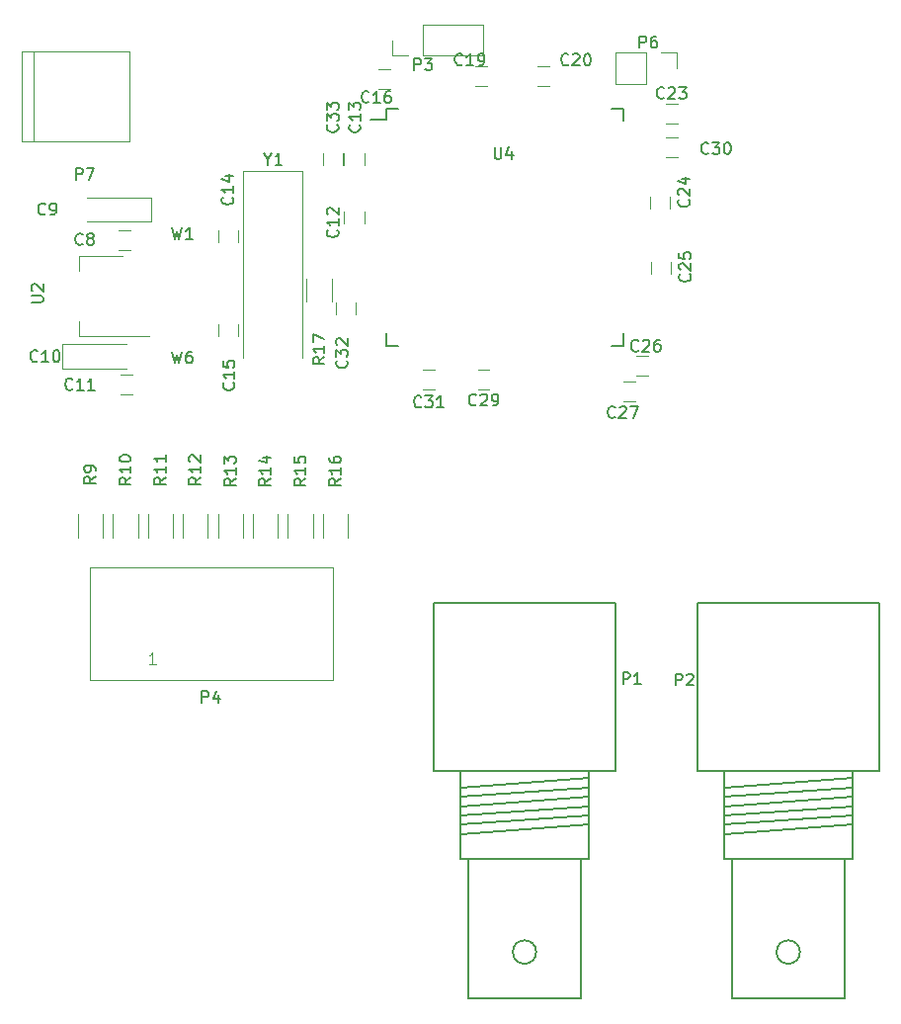
<source format=gto>
G04 #@! TF.FileFunction,Legend,Top*
%FSLAX46Y46*%
G04 Gerber Fmt 4.6, Leading zero omitted, Abs format (unit mm)*
G04 Created by KiCad (PCBNEW 4.0.5) date 05/02/17 17:06:41*
%MOMM*%
%LPD*%
G01*
G04 APERTURE LIST*
%ADD10C,0.100000*%
%ADD11C,0.120000*%
%ADD12C,0.150000*%
G04 APERTURE END LIST*
D10*
D11*
X40400000Y-65350000D02*
X41400000Y-65350000D01*
X41400000Y-63650000D02*
X40400000Y-63650000D01*
X41600000Y-76050000D02*
X40600000Y-76050000D01*
X40600000Y-77750000D02*
X41600000Y-77750000D01*
X59750000Y-62100000D02*
X59750000Y-63100000D01*
X61450000Y-63100000D02*
X61450000Y-62100000D01*
X61450000Y-58100000D02*
X61450000Y-57100000D01*
X59750000Y-57100000D02*
X59750000Y-58100000D01*
X50650000Y-64700000D02*
X50650000Y-63700000D01*
X48950000Y-63700000D02*
X48950000Y-64700000D01*
X48950000Y-71700000D02*
X48950000Y-72700000D01*
X50650000Y-72700000D02*
X50650000Y-71700000D01*
X62700000Y-51550000D02*
X63700000Y-51550000D01*
X63700000Y-49850000D02*
X62700000Y-49850000D01*
X72000000Y-49650000D02*
X71000000Y-49650000D01*
X71000000Y-51350000D02*
X72000000Y-51350000D01*
X77300000Y-49650000D02*
X76300000Y-49650000D01*
X76300000Y-51350000D02*
X77300000Y-51350000D01*
X88300000Y-52850000D02*
X87300000Y-52850000D01*
X87300000Y-54550000D02*
X88300000Y-54550000D01*
X87650000Y-61800000D02*
X87650000Y-60800000D01*
X85950000Y-60800000D02*
X85950000Y-61800000D01*
X87750000Y-67400000D02*
X87750000Y-66400000D01*
X86050000Y-66400000D02*
X86050000Y-67400000D01*
X85800000Y-74450000D02*
X84800000Y-74450000D01*
X84800000Y-76150000D02*
X85800000Y-76150000D01*
X84700000Y-76650000D02*
X83700000Y-76650000D01*
X83700000Y-78350000D02*
X84700000Y-78350000D01*
X71200000Y-77350000D02*
X72200000Y-77350000D01*
X72200000Y-75650000D02*
X71200000Y-75650000D01*
X88300000Y-55750000D02*
X87300000Y-55750000D01*
X87300000Y-57450000D02*
X88300000Y-57450000D01*
X67500000Y-75650000D02*
X66500000Y-75650000D01*
X66500000Y-77350000D02*
X67500000Y-77350000D01*
X60750000Y-70900000D02*
X60750000Y-69900000D01*
X59050000Y-69900000D02*
X59050000Y-70900000D01*
X59650000Y-58100000D02*
X59650000Y-57100000D01*
X57950000Y-57100000D02*
X57950000Y-58100000D01*
D12*
X80699100Y-114600840D02*
X69700900Y-115400940D01*
X80699100Y-113800740D02*
X69700900Y-114600840D01*
X80699100Y-113000640D02*
X69700900Y-113800740D01*
X80699100Y-112200540D02*
X69700900Y-113000640D01*
X80699100Y-111400440D02*
X69700900Y-112200540D01*
X80699100Y-110600340D02*
X69700900Y-111400440D01*
X76200760Y-125499980D02*
G75*
G03X76200760Y-125499980I-1000760J0D01*
G01*
X70399400Y-117498980D02*
X70399400Y-129500480D01*
X70399400Y-129500480D02*
X80000600Y-129500480D01*
X80000600Y-129500480D02*
X80000600Y-117498980D01*
X69700900Y-110000900D02*
X69700900Y-117498980D01*
X69700900Y-117498980D02*
X80699100Y-117498980D01*
X80699100Y-117498980D02*
X80699100Y-110000900D01*
X83000340Y-95599100D02*
X67399660Y-95599100D01*
X67399660Y-95599100D02*
X67399660Y-110000900D01*
X67399660Y-110000900D02*
X83000340Y-110000900D01*
X83000340Y-110000900D02*
X83000340Y-95599100D01*
X103299100Y-114600840D02*
X92300900Y-115400940D01*
X103299100Y-113800740D02*
X92300900Y-114600840D01*
X103299100Y-113000640D02*
X92300900Y-113800740D01*
X103299100Y-112200540D02*
X92300900Y-113000640D01*
X103299100Y-111400440D02*
X92300900Y-112200540D01*
X103299100Y-110600340D02*
X92300900Y-111400440D01*
X98800760Y-125499980D02*
G75*
G03X98800760Y-125499980I-1000760J0D01*
G01*
X92999400Y-117498980D02*
X92999400Y-129500480D01*
X92999400Y-129500480D02*
X102600600Y-129500480D01*
X102600600Y-129500480D02*
X102600600Y-117498980D01*
X92300900Y-110000900D02*
X92300900Y-117498980D01*
X92300900Y-117498980D02*
X103299100Y-117498980D01*
X103299100Y-117498980D02*
X103299100Y-110000900D01*
X105600340Y-95599100D02*
X89999660Y-95599100D01*
X89999660Y-95599100D02*
X89999660Y-110000900D01*
X89999660Y-110000900D02*
X105600340Y-110000900D01*
X105600340Y-110000900D02*
X105600340Y-95599100D01*
D11*
X66470000Y-48730000D02*
X71610000Y-48730000D01*
X71610000Y-48730000D02*
X71610000Y-46070000D01*
X71610000Y-46070000D02*
X66470000Y-46070000D01*
X66470000Y-46070000D02*
X66470000Y-48730000D01*
X65200000Y-48730000D02*
X63870000Y-48730000D01*
X63870000Y-48730000D02*
X63870000Y-47400000D01*
X85630000Y-48470000D02*
X83030000Y-48470000D01*
X83030000Y-48470000D02*
X83030000Y-51130000D01*
X83030000Y-51130000D02*
X85630000Y-51130000D01*
X85630000Y-51130000D02*
X85630000Y-48470000D01*
X86900000Y-48470000D02*
X88230000Y-48470000D01*
X88230000Y-48470000D02*
X88230000Y-49800000D01*
X33150000Y-48350000D02*
X33150000Y-56050000D01*
X32150000Y-48350000D02*
X32150000Y-56050000D01*
X32150000Y-56050000D02*
X41350000Y-56050000D01*
X41350000Y-56050000D02*
X41350000Y-48350000D01*
X41350000Y-48350000D02*
X32150000Y-48350000D01*
X56530000Y-69800000D02*
X56530000Y-67800000D01*
X58670000Y-67800000D02*
X58670000Y-69800000D01*
X36990000Y-65890000D02*
X36990000Y-67150000D01*
X36990000Y-72710000D02*
X36990000Y-71450000D01*
X40750000Y-65890000D02*
X36990000Y-65890000D01*
X43000000Y-72710000D02*
X36990000Y-72710000D01*
D12*
X63325000Y-53225000D02*
X63325000Y-54200000D01*
X83675000Y-53225000D02*
X83675000Y-54275000D01*
X83675000Y-73575000D02*
X83675000Y-72525000D01*
X63325000Y-73575000D02*
X63325000Y-72525000D01*
X63325000Y-53225000D02*
X64375000Y-53225000D01*
X63325000Y-73575000D02*
X64375000Y-73575000D01*
X83675000Y-73575000D02*
X82625000Y-73575000D01*
X83675000Y-53225000D02*
X82625000Y-53225000D01*
X63325000Y-54200000D02*
X62025000Y-54200000D01*
D11*
X56150000Y-74600000D02*
X56150000Y-58625000D01*
X56150000Y-58625000D02*
X51050000Y-58625000D01*
X51050000Y-58625000D02*
X51050000Y-74600000D01*
X37970000Y-92580000D02*
X58790000Y-92580000D01*
X58790000Y-92580000D02*
X58790000Y-102180000D01*
X58790000Y-102180000D02*
X37970000Y-102180000D01*
X37970000Y-102180000D02*
X37970000Y-92580000D01*
X39070000Y-88000000D02*
X39070000Y-90000000D01*
X36930000Y-90000000D02*
X36930000Y-88000000D01*
X42070000Y-88000000D02*
X42070000Y-90000000D01*
X39930000Y-90000000D02*
X39930000Y-88000000D01*
X45070000Y-88000000D02*
X45070000Y-90000000D01*
X42930000Y-90000000D02*
X42930000Y-88000000D01*
X48070000Y-88000000D02*
X48070000Y-90000000D01*
X45930000Y-90000000D02*
X45930000Y-88000000D01*
X51070000Y-88000000D02*
X51070000Y-90000000D01*
X48930000Y-90000000D02*
X48930000Y-88000000D01*
X54070000Y-88000000D02*
X54070000Y-90000000D01*
X51930000Y-90000000D02*
X51930000Y-88000000D01*
X57070000Y-88000000D02*
X57070000Y-90000000D01*
X54930000Y-90000000D02*
X54930000Y-88000000D01*
X60070000Y-88000000D02*
X60070000Y-90000000D01*
X57930000Y-90000000D02*
X57930000Y-88000000D01*
X43200000Y-62950000D02*
X37700000Y-62950000D01*
X43200000Y-60850000D02*
X37700000Y-60850000D01*
X43200000Y-62950000D02*
X43200000Y-60850000D01*
X35600000Y-73450000D02*
X41100000Y-73450000D01*
X35600000Y-75550000D02*
X41100000Y-75550000D01*
X35600000Y-73450000D02*
X35600000Y-75550000D01*
D12*
X37333334Y-64857143D02*
X37285715Y-64904762D01*
X37142858Y-64952381D01*
X37047620Y-64952381D01*
X36904762Y-64904762D01*
X36809524Y-64809524D01*
X36761905Y-64714286D01*
X36714286Y-64523810D01*
X36714286Y-64380952D01*
X36761905Y-64190476D01*
X36809524Y-64095238D01*
X36904762Y-64000000D01*
X37047620Y-63952381D01*
X37142858Y-63952381D01*
X37285715Y-64000000D01*
X37333334Y-64047619D01*
X37904762Y-64380952D02*
X37809524Y-64333333D01*
X37761905Y-64285714D01*
X37714286Y-64190476D01*
X37714286Y-64142857D01*
X37761905Y-64047619D01*
X37809524Y-64000000D01*
X37904762Y-63952381D01*
X38095239Y-63952381D01*
X38190477Y-64000000D01*
X38238096Y-64047619D01*
X38285715Y-64142857D01*
X38285715Y-64190476D01*
X38238096Y-64285714D01*
X38190477Y-64333333D01*
X38095239Y-64380952D01*
X37904762Y-64380952D01*
X37809524Y-64428571D01*
X37761905Y-64476190D01*
X37714286Y-64571429D01*
X37714286Y-64761905D01*
X37761905Y-64857143D01*
X37809524Y-64904762D01*
X37904762Y-64952381D01*
X38095239Y-64952381D01*
X38190477Y-64904762D01*
X38238096Y-64857143D01*
X38285715Y-64761905D01*
X38285715Y-64571429D01*
X38238096Y-64476190D01*
X38190477Y-64428571D01*
X38095239Y-64380952D01*
X36457143Y-77257143D02*
X36409524Y-77304762D01*
X36266667Y-77352381D01*
X36171429Y-77352381D01*
X36028571Y-77304762D01*
X35933333Y-77209524D01*
X35885714Y-77114286D01*
X35838095Y-76923810D01*
X35838095Y-76780952D01*
X35885714Y-76590476D01*
X35933333Y-76495238D01*
X36028571Y-76400000D01*
X36171429Y-76352381D01*
X36266667Y-76352381D01*
X36409524Y-76400000D01*
X36457143Y-76447619D01*
X37409524Y-77352381D02*
X36838095Y-77352381D01*
X37123809Y-77352381D02*
X37123809Y-76352381D01*
X37028571Y-76495238D01*
X36933333Y-76590476D01*
X36838095Y-76638095D01*
X38361905Y-77352381D02*
X37790476Y-77352381D01*
X38076190Y-77352381D02*
X38076190Y-76352381D01*
X37980952Y-76495238D01*
X37885714Y-76590476D01*
X37790476Y-76638095D01*
X59157143Y-63642857D02*
X59204762Y-63690476D01*
X59252381Y-63833333D01*
X59252381Y-63928571D01*
X59204762Y-64071429D01*
X59109524Y-64166667D01*
X59014286Y-64214286D01*
X58823810Y-64261905D01*
X58680952Y-64261905D01*
X58490476Y-64214286D01*
X58395238Y-64166667D01*
X58300000Y-64071429D01*
X58252381Y-63928571D01*
X58252381Y-63833333D01*
X58300000Y-63690476D01*
X58347619Y-63642857D01*
X59252381Y-62690476D02*
X59252381Y-63261905D01*
X59252381Y-62976191D02*
X58252381Y-62976191D01*
X58395238Y-63071429D01*
X58490476Y-63166667D01*
X58538095Y-63261905D01*
X58347619Y-62309524D02*
X58300000Y-62261905D01*
X58252381Y-62166667D01*
X58252381Y-61928571D01*
X58300000Y-61833333D01*
X58347619Y-61785714D01*
X58442857Y-61738095D01*
X58538095Y-61738095D01*
X58680952Y-61785714D01*
X59252381Y-62357143D01*
X59252381Y-61738095D01*
X61057143Y-54642857D02*
X61104762Y-54690476D01*
X61152381Y-54833333D01*
X61152381Y-54928571D01*
X61104762Y-55071429D01*
X61009524Y-55166667D01*
X60914286Y-55214286D01*
X60723810Y-55261905D01*
X60580952Y-55261905D01*
X60390476Y-55214286D01*
X60295238Y-55166667D01*
X60200000Y-55071429D01*
X60152381Y-54928571D01*
X60152381Y-54833333D01*
X60200000Y-54690476D01*
X60247619Y-54642857D01*
X61152381Y-53690476D02*
X61152381Y-54261905D01*
X61152381Y-53976191D02*
X60152381Y-53976191D01*
X60295238Y-54071429D01*
X60390476Y-54166667D01*
X60438095Y-54261905D01*
X60152381Y-53357143D02*
X60152381Y-52738095D01*
X60533333Y-53071429D01*
X60533333Y-52928571D01*
X60580952Y-52833333D01*
X60628571Y-52785714D01*
X60723810Y-52738095D01*
X60961905Y-52738095D01*
X61057143Y-52785714D01*
X61104762Y-52833333D01*
X61152381Y-52928571D01*
X61152381Y-53214286D01*
X61104762Y-53309524D01*
X61057143Y-53357143D01*
X50157143Y-60842857D02*
X50204762Y-60890476D01*
X50252381Y-61033333D01*
X50252381Y-61128571D01*
X50204762Y-61271429D01*
X50109524Y-61366667D01*
X50014286Y-61414286D01*
X49823810Y-61461905D01*
X49680952Y-61461905D01*
X49490476Y-61414286D01*
X49395238Y-61366667D01*
X49300000Y-61271429D01*
X49252381Y-61128571D01*
X49252381Y-61033333D01*
X49300000Y-60890476D01*
X49347619Y-60842857D01*
X50252381Y-59890476D02*
X50252381Y-60461905D01*
X50252381Y-60176191D02*
X49252381Y-60176191D01*
X49395238Y-60271429D01*
X49490476Y-60366667D01*
X49538095Y-60461905D01*
X49585714Y-59033333D02*
X50252381Y-59033333D01*
X49204762Y-59271429D02*
X49919048Y-59509524D01*
X49919048Y-58890476D01*
X50257143Y-76742857D02*
X50304762Y-76790476D01*
X50352381Y-76933333D01*
X50352381Y-77028571D01*
X50304762Y-77171429D01*
X50209524Y-77266667D01*
X50114286Y-77314286D01*
X49923810Y-77361905D01*
X49780952Y-77361905D01*
X49590476Y-77314286D01*
X49495238Y-77266667D01*
X49400000Y-77171429D01*
X49352381Y-77028571D01*
X49352381Y-76933333D01*
X49400000Y-76790476D01*
X49447619Y-76742857D01*
X50352381Y-75790476D02*
X50352381Y-76361905D01*
X50352381Y-76076191D02*
X49352381Y-76076191D01*
X49495238Y-76171429D01*
X49590476Y-76266667D01*
X49638095Y-76361905D01*
X49352381Y-74885714D02*
X49352381Y-75361905D01*
X49828571Y-75409524D01*
X49780952Y-75361905D01*
X49733333Y-75266667D01*
X49733333Y-75028571D01*
X49780952Y-74933333D01*
X49828571Y-74885714D01*
X49923810Y-74838095D01*
X50161905Y-74838095D01*
X50257143Y-74885714D01*
X50304762Y-74933333D01*
X50352381Y-75028571D01*
X50352381Y-75266667D01*
X50304762Y-75361905D01*
X50257143Y-75409524D01*
X61857143Y-52657143D02*
X61809524Y-52704762D01*
X61666667Y-52752381D01*
X61571429Y-52752381D01*
X61428571Y-52704762D01*
X61333333Y-52609524D01*
X61285714Y-52514286D01*
X61238095Y-52323810D01*
X61238095Y-52180952D01*
X61285714Y-51990476D01*
X61333333Y-51895238D01*
X61428571Y-51800000D01*
X61571429Y-51752381D01*
X61666667Y-51752381D01*
X61809524Y-51800000D01*
X61857143Y-51847619D01*
X62809524Y-52752381D02*
X62238095Y-52752381D01*
X62523809Y-52752381D02*
X62523809Y-51752381D01*
X62428571Y-51895238D01*
X62333333Y-51990476D01*
X62238095Y-52038095D01*
X63666667Y-51752381D02*
X63476190Y-51752381D01*
X63380952Y-51800000D01*
X63333333Y-51847619D01*
X63238095Y-51990476D01*
X63190476Y-52180952D01*
X63190476Y-52561905D01*
X63238095Y-52657143D01*
X63285714Y-52704762D01*
X63380952Y-52752381D01*
X63571429Y-52752381D01*
X63666667Y-52704762D01*
X63714286Y-52657143D01*
X63761905Y-52561905D01*
X63761905Y-52323810D01*
X63714286Y-52228571D01*
X63666667Y-52180952D01*
X63571429Y-52133333D01*
X63380952Y-52133333D01*
X63285714Y-52180952D01*
X63238095Y-52228571D01*
X63190476Y-52323810D01*
X69857143Y-49457143D02*
X69809524Y-49504762D01*
X69666667Y-49552381D01*
X69571429Y-49552381D01*
X69428571Y-49504762D01*
X69333333Y-49409524D01*
X69285714Y-49314286D01*
X69238095Y-49123810D01*
X69238095Y-48980952D01*
X69285714Y-48790476D01*
X69333333Y-48695238D01*
X69428571Y-48600000D01*
X69571429Y-48552381D01*
X69666667Y-48552381D01*
X69809524Y-48600000D01*
X69857143Y-48647619D01*
X70809524Y-49552381D02*
X70238095Y-49552381D01*
X70523809Y-49552381D02*
X70523809Y-48552381D01*
X70428571Y-48695238D01*
X70333333Y-48790476D01*
X70238095Y-48838095D01*
X71285714Y-49552381D02*
X71476190Y-49552381D01*
X71571429Y-49504762D01*
X71619048Y-49457143D01*
X71714286Y-49314286D01*
X71761905Y-49123810D01*
X71761905Y-48742857D01*
X71714286Y-48647619D01*
X71666667Y-48600000D01*
X71571429Y-48552381D01*
X71380952Y-48552381D01*
X71285714Y-48600000D01*
X71238095Y-48647619D01*
X71190476Y-48742857D01*
X71190476Y-48980952D01*
X71238095Y-49076190D01*
X71285714Y-49123810D01*
X71380952Y-49171429D01*
X71571429Y-49171429D01*
X71666667Y-49123810D01*
X71714286Y-49076190D01*
X71761905Y-48980952D01*
X78957143Y-49457143D02*
X78909524Y-49504762D01*
X78766667Y-49552381D01*
X78671429Y-49552381D01*
X78528571Y-49504762D01*
X78433333Y-49409524D01*
X78385714Y-49314286D01*
X78338095Y-49123810D01*
X78338095Y-48980952D01*
X78385714Y-48790476D01*
X78433333Y-48695238D01*
X78528571Y-48600000D01*
X78671429Y-48552381D01*
X78766667Y-48552381D01*
X78909524Y-48600000D01*
X78957143Y-48647619D01*
X79338095Y-48647619D02*
X79385714Y-48600000D01*
X79480952Y-48552381D01*
X79719048Y-48552381D01*
X79814286Y-48600000D01*
X79861905Y-48647619D01*
X79909524Y-48742857D01*
X79909524Y-48838095D01*
X79861905Y-48980952D01*
X79290476Y-49552381D01*
X79909524Y-49552381D01*
X80528571Y-48552381D02*
X80623810Y-48552381D01*
X80719048Y-48600000D01*
X80766667Y-48647619D01*
X80814286Y-48742857D01*
X80861905Y-48933333D01*
X80861905Y-49171429D01*
X80814286Y-49361905D01*
X80766667Y-49457143D01*
X80719048Y-49504762D01*
X80623810Y-49552381D01*
X80528571Y-49552381D01*
X80433333Y-49504762D01*
X80385714Y-49457143D01*
X80338095Y-49361905D01*
X80290476Y-49171429D01*
X80290476Y-48933333D01*
X80338095Y-48742857D01*
X80385714Y-48647619D01*
X80433333Y-48600000D01*
X80528571Y-48552381D01*
X87157143Y-52307143D02*
X87109524Y-52354762D01*
X86966667Y-52402381D01*
X86871429Y-52402381D01*
X86728571Y-52354762D01*
X86633333Y-52259524D01*
X86585714Y-52164286D01*
X86538095Y-51973810D01*
X86538095Y-51830952D01*
X86585714Y-51640476D01*
X86633333Y-51545238D01*
X86728571Y-51450000D01*
X86871429Y-51402381D01*
X86966667Y-51402381D01*
X87109524Y-51450000D01*
X87157143Y-51497619D01*
X87538095Y-51497619D02*
X87585714Y-51450000D01*
X87680952Y-51402381D01*
X87919048Y-51402381D01*
X88014286Y-51450000D01*
X88061905Y-51497619D01*
X88109524Y-51592857D01*
X88109524Y-51688095D01*
X88061905Y-51830952D01*
X87490476Y-52402381D01*
X88109524Y-52402381D01*
X88442857Y-51402381D02*
X89061905Y-51402381D01*
X88728571Y-51783333D01*
X88871429Y-51783333D01*
X88966667Y-51830952D01*
X89014286Y-51878571D01*
X89061905Y-51973810D01*
X89061905Y-52211905D01*
X89014286Y-52307143D01*
X88966667Y-52354762D01*
X88871429Y-52402381D01*
X88585714Y-52402381D01*
X88490476Y-52354762D01*
X88442857Y-52307143D01*
X89257143Y-61042857D02*
X89304762Y-61090476D01*
X89352381Y-61233333D01*
X89352381Y-61328571D01*
X89304762Y-61471429D01*
X89209524Y-61566667D01*
X89114286Y-61614286D01*
X88923810Y-61661905D01*
X88780952Y-61661905D01*
X88590476Y-61614286D01*
X88495238Y-61566667D01*
X88400000Y-61471429D01*
X88352381Y-61328571D01*
X88352381Y-61233333D01*
X88400000Y-61090476D01*
X88447619Y-61042857D01*
X88447619Y-60661905D02*
X88400000Y-60614286D01*
X88352381Y-60519048D01*
X88352381Y-60280952D01*
X88400000Y-60185714D01*
X88447619Y-60138095D01*
X88542857Y-60090476D01*
X88638095Y-60090476D01*
X88780952Y-60138095D01*
X89352381Y-60709524D01*
X89352381Y-60090476D01*
X88685714Y-59233333D02*
X89352381Y-59233333D01*
X88304762Y-59471429D02*
X89019048Y-59709524D01*
X89019048Y-59090476D01*
X89357143Y-67442857D02*
X89404762Y-67490476D01*
X89452381Y-67633333D01*
X89452381Y-67728571D01*
X89404762Y-67871429D01*
X89309524Y-67966667D01*
X89214286Y-68014286D01*
X89023810Y-68061905D01*
X88880952Y-68061905D01*
X88690476Y-68014286D01*
X88595238Y-67966667D01*
X88500000Y-67871429D01*
X88452381Y-67728571D01*
X88452381Y-67633333D01*
X88500000Y-67490476D01*
X88547619Y-67442857D01*
X88547619Y-67061905D02*
X88500000Y-67014286D01*
X88452381Y-66919048D01*
X88452381Y-66680952D01*
X88500000Y-66585714D01*
X88547619Y-66538095D01*
X88642857Y-66490476D01*
X88738095Y-66490476D01*
X88880952Y-66538095D01*
X89452381Y-67109524D01*
X89452381Y-66490476D01*
X88452381Y-65585714D02*
X88452381Y-66061905D01*
X88928571Y-66109524D01*
X88880952Y-66061905D01*
X88833333Y-65966667D01*
X88833333Y-65728571D01*
X88880952Y-65633333D01*
X88928571Y-65585714D01*
X89023810Y-65538095D01*
X89261905Y-65538095D01*
X89357143Y-65585714D01*
X89404762Y-65633333D01*
X89452381Y-65728571D01*
X89452381Y-65966667D01*
X89404762Y-66061905D01*
X89357143Y-66109524D01*
X84957143Y-73957143D02*
X84909524Y-74004762D01*
X84766667Y-74052381D01*
X84671429Y-74052381D01*
X84528571Y-74004762D01*
X84433333Y-73909524D01*
X84385714Y-73814286D01*
X84338095Y-73623810D01*
X84338095Y-73480952D01*
X84385714Y-73290476D01*
X84433333Y-73195238D01*
X84528571Y-73100000D01*
X84671429Y-73052381D01*
X84766667Y-73052381D01*
X84909524Y-73100000D01*
X84957143Y-73147619D01*
X85338095Y-73147619D02*
X85385714Y-73100000D01*
X85480952Y-73052381D01*
X85719048Y-73052381D01*
X85814286Y-73100000D01*
X85861905Y-73147619D01*
X85909524Y-73242857D01*
X85909524Y-73338095D01*
X85861905Y-73480952D01*
X85290476Y-74052381D01*
X85909524Y-74052381D01*
X86766667Y-73052381D02*
X86576190Y-73052381D01*
X86480952Y-73100000D01*
X86433333Y-73147619D01*
X86338095Y-73290476D01*
X86290476Y-73480952D01*
X86290476Y-73861905D01*
X86338095Y-73957143D01*
X86385714Y-74004762D01*
X86480952Y-74052381D01*
X86671429Y-74052381D01*
X86766667Y-74004762D01*
X86814286Y-73957143D01*
X86861905Y-73861905D01*
X86861905Y-73623810D01*
X86814286Y-73528571D01*
X86766667Y-73480952D01*
X86671429Y-73433333D01*
X86480952Y-73433333D01*
X86385714Y-73480952D01*
X86338095Y-73528571D01*
X86290476Y-73623810D01*
X82957143Y-79657143D02*
X82909524Y-79704762D01*
X82766667Y-79752381D01*
X82671429Y-79752381D01*
X82528571Y-79704762D01*
X82433333Y-79609524D01*
X82385714Y-79514286D01*
X82338095Y-79323810D01*
X82338095Y-79180952D01*
X82385714Y-78990476D01*
X82433333Y-78895238D01*
X82528571Y-78800000D01*
X82671429Y-78752381D01*
X82766667Y-78752381D01*
X82909524Y-78800000D01*
X82957143Y-78847619D01*
X83338095Y-78847619D02*
X83385714Y-78800000D01*
X83480952Y-78752381D01*
X83719048Y-78752381D01*
X83814286Y-78800000D01*
X83861905Y-78847619D01*
X83909524Y-78942857D01*
X83909524Y-79038095D01*
X83861905Y-79180952D01*
X83290476Y-79752381D01*
X83909524Y-79752381D01*
X84242857Y-78752381D02*
X84909524Y-78752381D01*
X84480952Y-79752381D01*
X71057143Y-78607143D02*
X71009524Y-78654762D01*
X70866667Y-78702381D01*
X70771429Y-78702381D01*
X70628571Y-78654762D01*
X70533333Y-78559524D01*
X70485714Y-78464286D01*
X70438095Y-78273810D01*
X70438095Y-78130952D01*
X70485714Y-77940476D01*
X70533333Y-77845238D01*
X70628571Y-77750000D01*
X70771429Y-77702381D01*
X70866667Y-77702381D01*
X71009524Y-77750000D01*
X71057143Y-77797619D01*
X71438095Y-77797619D02*
X71485714Y-77750000D01*
X71580952Y-77702381D01*
X71819048Y-77702381D01*
X71914286Y-77750000D01*
X71961905Y-77797619D01*
X72009524Y-77892857D01*
X72009524Y-77988095D01*
X71961905Y-78130952D01*
X71390476Y-78702381D01*
X72009524Y-78702381D01*
X72485714Y-78702381D02*
X72676190Y-78702381D01*
X72771429Y-78654762D01*
X72819048Y-78607143D01*
X72914286Y-78464286D01*
X72961905Y-78273810D01*
X72961905Y-77892857D01*
X72914286Y-77797619D01*
X72866667Y-77750000D01*
X72771429Y-77702381D01*
X72580952Y-77702381D01*
X72485714Y-77750000D01*
X72438095Y-77797619D01*
X72390476Y-77892857D01*
X72390476Y-78130952D01*
X72438095Y-78226190D01*
X72485714Y-78273810D01*
X72580952Y-78321429D01*
X72771429Y-78321429D01*
X72866667Y-78273810D01*
X72914286Y-78226190D01*
X72961905Y-78130952D01*
X90957143Y-57057143D02*
X90909524Y-57104762D01*
X90766667Y-57152381D01*
X90671429Y-57152381D01*
X90528571Y-57104762D01*
X90433333Y-57009524D01*
X90385714Y-56914286D01*
X90338095Y-56723810D01*
X90338095Y-56580952D01*
X90385714Y-56390476D01*
X90433333Y-56295238D01*
X90528571Y-56200000D01*
X90671429Y-56152381D01*
X90766667Y-56152381D01*
X90909524Y-56200000D01*
X90957143Y-56247619D01*
X91290476Y-56152381D02*
X91909524Y-56152381D01*
X91576190Y-56533333D01*
X91719048Y-56533333D01*
X91814286Y-56580952D01*
X91861905Y-56628571D01*
X91909524Y-56723810D01*
X91909524Y-56961905D01*
X91861905Y-57057143D01*
X91814286Y-57104762D01*
X91719048Y-57152381D01*
X91433333Y-57152381D01*
X91338095Y-57104762D01*
X91290476Y-57057143D01*
X92528571Y-56152381D02*
X92623810Y-56152381D01*
X92719048Y-56200000D01*
X92766667Y-56247619D01*
X92814286Y-56342857D01*
X92861905Y-56533333D01*
X92861905Y-56771429D01*
X92814286Y-56961905D01*
X92766667Y-57057143D01*
X92719048Y-57104762D01*
X92623810Y-57152381D01*
X92528571Y-57152381D01*
X92433333Y-57104762D01*
X92385714Y-57057143D01*
X92338095Y-56961905D01*
X92290476Y-56771429D01*
X92290476Y-56533333D01*
X92338095Y-56342857D01*
X92385714Y-56247619D01*
X92433333Y-56200000D01*
X92528571Y-56152381D01*
X66357143Y-78757143D02*
X66309524Y-78804762D01*
X66166667Y-78852381D01*
X66071429Y-78852381D01*
X65928571Y-78804762D01*
X65833333Y-78709524D01*
X65785714Y-78614286D01*
X65738095Y-78423810D01*
X65738095Y-78280952D01*
X65785714Y-78090476D01*
X65833333Y-77995238D01*
X65928571Y-77900000D01*
X66071429Y-77852381D01*
X66166667Y-77852381D01*
X66309524Y-77900000D01*
X66357143Y-77947619D01*
X66690476Y-77852381D02*
X67309524Y-77852381D01*
X66976190Y-78233333D01*
X67119048Y-78233333D01*
X67214286Y-78280952D01*
X67261905Y-78328571D01*
X67309524Y-78423810D01*
X67309524Y-78661905D01*
X67261905Y-78757143D01*
X67214286Y-78804762D01*
X67119048Y-78852381D01*
X66833333Y-78852381D01*
X66738095Y-78804762D01*
X66690476Y-78757143D01*
X68261905Y-78852381D02*
X67690476Y-78852381D01*
X67976190Y-78852381D02*
X67976190Y-77852381D01*
X67880952Y-77995238D01*
X67785714Y-78090476D01*
X67690476Y-78138095D01*
X59957143Y-74842857D02*
X60004762Y-74890476D01*
X60052381Y-75033333D01*
X60052381Y-75128571D01*
X60004762Y-75271429D01*
X59909524Y-75366667D01*
X59814286Y-75414286D01*
X59623810Y-75461905D01*
X59480952Y-75461905D01*
X59290476Y-75414286D01*
X59195238Y-75366667D01*
X59100000Y-75271429D01*
X59052381Y-75128571D01*
X59052381Y-75033333D01*
X59100000Y-74890476D01*
X59147619Y-74842857D01*
X59052381Y-74509524D02*
X59052381Y-73890476D01*
X59433333Y-74223810D01*
X59433333Y-74080952D01*
X59480952Y-73985714D01*
X59528571Y-73938095D01*
X59623810Y-73890476D01*
X59861905Y-73890476D01*
X59957143Y-73938095D01*
X60004762Y-73985714D01*
X60052381Y-74080952D01*
X60052381Y-74366667D01*
X60004762Y-74461905D01*
X59957143Y-74509524D01*
X59147619Y-73509524D02*
X59100000Y-73461905D01*
X59052381Y-73366667D01*
X59052381Y-73128571D01*
X59100000Y-73033333D01*
X59147619Y-72985714D01*
X59242857Y-72938095D01*
X59338095Y-72938095D01*
X59480952Y-72985714D01*
X60052381Y-73557143D01*
X60052381Y-72938095D01*
X59157143Y-54642857D02*
X59204762Y-54690476D01*
X59252381Y-54833333D01*
X59252381Y-54928571D01*
X59204762Y-55071429D01*
X59109524Y-55166667D01*
X59014286Y-55214286D01*
X58823810Y-55261905D01*
X58680952Y-55261905D01*
X58490476Y-55214286D01*
X58395238Y-55166667D01*
X58300000Y-55071429D01*
X58252381Y-54928571D01*
X58252381Y-54833333D01*
X58300000Y-54690476D01*
X58347619Y-54642857D01*
X58252381Y-54309524D02*
X58252381Y-53690476D01*
X58633333Y-54023810D01*
X58633333Y-53880952D01*
X58680952Y-53785714D01*
X58728571Y-53738095D01*
X58823810Y-53690476D01*
X59061905Y-53690476D01*
X59157143Y-53738095D01*
X59204762Y-53785714D01*
X59252381Y-53880952D01*
X59252381Y-54166667D01*
X59204762Y-54261905D01*
X59157143Y-54309524D01*
X58252381Y-53357143D02*
X58252381Y-52738095D01*
X58633333Y-53071429D01*
X58633333Y-52928571D01*
X58680952Y-52833333D01*
X58728571Y-52785714D01*
X58823810Y-52738095D01*
X59061905Y-52738095D01*
X59157143Y-52785714D01*
X59204762Y-52833333D01*
X59252381Y-52928571D01*
X59252381Y-53214286D01*
X59204762Y-53309524D01*
X59157143Y-53357143D01*
X83661905Y-102552381D02*
X83661905Y-101552381D01*
X84042858Y-101552381D01*
X84138096Y-101600000D01*
X84185715Y-101647619D01*
X84233334Y-101742857D01*
X84233334Y-101885714D01*
X84185715Y-101980952D01*
X84138096Y-102028571D01*
X84042858Y-102076190D01*
X83661905Y-102076190D01*
X85185715Y-102552381D02*
X84614286Y-102552381D01*
X84900000Y-102552381D02*
X84900000Y-101552381D01*
X84804762Y-101695238D01*
X84709524Y-101790476D01*
X84614286Y-101838095D01*
X88161905Y-102652381D02*
X88161905Y-101652381D01*
X88542858Y-101652381D01*
X88638096Y-101700000D01*
X88685715Y-101747619D01*
X88733334Y-101842857D01*
X88733334Y-101985714D01*
X88685715Y-102080952D01*
X88638096Y-102128571D01*
X88542858Y-102176190D01*
X88161905Y-102176190D01*
X89114286Y-101747619D02*
X89161905Y-101700000D01*
X89257143Y-101652381D01*
X89495239Y-101652381D01*
X89590477Y-101700000D01*
X89638096Y-101747619D01*
X89685715Y-101842857D01*
X89685715Y-101938095D01*
X89638096Y-102080952D01*
X89066667Y-102652381D01*
X89685715Y-102652381D01*
X65761905Y-49952381D02*
X65761905Y-48952381D01*
X66142858Y-48952381D01*
X66238096Y-49000000D01*
X66285715Y-49047619D01*
X66333334Y-49142857D01*
X66333334Y-49285714D01*
X66285715Y-49380952D01*
X66238096Y-49428571D01*
X66142858Y-49476190D01*
X65761905Y-49476190D01*
X66666667Y-48952381D02*
X67285715Y-48952381D01*
X66952381Y-49333333D01*
X67095239Y-49333333D01*
X67190477Y-49380952D01*
X67238096Y-49428571D01*
X67285715Y-49523810D01*
X67285715Y-49761905D01*
X67238096Y-49857143D01*
X67190477Y-49904762D01*
X67095239Y-49952381D01*
X66809524Y-49952381D01*
X66714286Y-49904762D01*
X66666667Y-49857143D01*
X85061905Y-48052381D02*
X85061905Y-47052381D01*
X85442858Y-47052381D01*
X85538096Y-47100000D01*
X85585715Y-47147619D01*
X85633334Y-47242857D01*
X85633334Y-47385714D01*
X85585715Y-47480952D01*
X85538096Y-47528571D01*
X85442858Y-47576190D01*
X85061905Y-47576190D01*
X86490477Y-47052381D02*
X86300000Y-47052381D01*
X86204762Y-47100000D01*
X86157143Y-47147619D01*
X86061905Y-47290476D01*
X86014286Y-47480952D01*
X86014286Y-47861905D01*
X86061905Y-47957143D01*
X86109524Y-48004762D01*
X86204762Y-48052381D01*
X86395239Y-48052381D01*
X86490477Y-48004762D01*
X86538096Y-47957143D01*
X86585715Y-47861905D01*
X86585715Y-47623810D01*
X86538096Y-47528571D01*
X86490477Y-47480952D01*
X86395239Y-47433333D01*
X86204762Y-47433333D01*
X86109524Y-47480952D01*
X86061905Y-47528571D01*
X86014286Y-47623810D01*
X36761905Y-59352381D02*
X36761905Y-58352381D01*
X37142858Y-58352381D01*
X37238096Y-58400000D01*
X37285715Y-58447619D01*
X37333334Y-58542857D01*
X37333334Y-58685714D01*
X37285715Y-58780952D01*
X37238096Y-58828571D01*
X37142858Y-58876190D01*
X36761905Y-58876190D01*
X37666667Y-58352381D02*
X38333334Y-58352381D01*
X37904762Y-59352381D01*
X58052381Y-74542857D02*
X57576190Y-74876191D01*
X58052381Y-75114286D02*
X57052381Y-75114286D01*
X57052381Y-74733333D01*
X57100000Y-74638095D01*
X57147619Y-74590476D01*
X57242857Y-74542857D01*
X57385714Y-74542857D01*
X57480952Y-74590476D01*
X57528571Y-74638095D01*
X57576190Y-74733333D01*
X57576190Y-75114286D01*
X58052381Y-73590476D02*
X58052381Y-74161905D01*
X58052381Y-73876191D02*
X57052381Y-73876191D01*
X57195238Y-73971429D01*
X57290476Y-74066667D01*
X57338095Y-74161905D01*
X57052381Y-73257143D02*
X57052381Y-72590476D01*
X58052381Y-73019048D01*
X32952381Y-69861905D02*
X33761905Y-69861905D01*
X33857143Y-69814286D01*
X33904762Y-69766667D01*
X33952381Y-69671429D01*
X33952381Y-69480952D01*
X33904762Y-69385714D01*
X33857143Y-69338095D01*
X33761905Y-69290476D01*
X32952381Y-69290476D01*
X33047619Y-68861905D02*
X33000000Y-68814286D01*
X32952381Y-68719048D01*
X32952381Y-68480952D01*
X33000000Y-68385714D01*
X33047619Y-68338095D01*
X33142857Y-68290476D01*
X33238095Y-68290476D01*
X33380952Y-68338095D01*
X33952381Y-68909524D01*
X33952381Y-68290476D01*
X72638095Y-56552381D02*
X72638095Y-57361905D01*
X72685714Y-57457143D01*
X72733333Y-57504762D01*
X72828571Y-57552381D01*
X73019048Y-57552381D01*
X73114286Y-57504762D01*
X73161905Y-57457143D01*
X73209524Y-57361905D01*
X73209524Y-56552381D01*
X74114286Y-56885714D02*
X74114286Y-57552381D01*
X73876190Y-56504762D02*
X73638095Y-57219048D01*
X74257143Y-57219048D01*
X53223809Y-57576190D02*
X53223809Y-58052381D01*
X52890476Y-57052381D02*
X53223809Y-57576190D01*
X53557143Y-57052381D01*
X54414286Y-58052381D02*
X53842857Y-58052381D01*
X54128571Y-58052381D02*
X54128571Y-57052381D01*
X54033333Y-57195238D01*
X53938095Y-57290476D01*
X53842857Y-57338095D01*
X47561905Y-104152381D02*
X47561905Y-103152381D01*
X47942858Y-103152381D01*
X48038096Y-103200000D01*
X48085715Y-103247619D01*
X48133334Y-103342857D01*
X48133334Y-103485714D01*
X48085715Y-103580952D01*
X48038096Y-103628571D01*
X47942858Y-103676190D01*
X47561905Y-103676190D01*
X48990477Y-103485714D02*
X48990477Y-104152381D01*
X48752381Y-103104762D02*
X48514286Y-103819048D01*
X49133334Y-103819048D01*
D11*
X43605715Y-100822381D02*
X43034286Y-100822381D01*
X43320000Y-100822381D02*
X43320000Y-99822381D01*
X43224762Y-99965238D01*
X43129524Y-100060476D01*
X43034286Y-100108095D01*
D12*
X38452381Y-84766666D02*
X37976190Y-85100000D01*
X38452381Y-85338095D02*
X37452381Y-85338095D01*
X37452381Y-84957142D01*
X37500000Y-84861904D01*
X37547619Y-84814285D01*
X37642857Y-84766666D01*
X37785714Y-84766666D01*
X37880952Y-84814285D01*
X37928571Y-84861904D01*
X37976190Y-84957142D01*
X37976190Y-85338095D01*
X38452381Y-84290476D02*
X38452381Y-84100000D01*
X38404762Y-84004761D01*
X38357143Y-83957142D01*
X38214286Y-83861904D01*
X38023810Y-83814285D01*
X37642857Y-83814285D01*
X37547619Y-83861904D01*
X37500000Y-83909523D01*
X37452381Y-84004761D01*
X37452381Y-84195238D01*
X37500000Y-84290476D01*
X37547619Y-84338095D01*
X37642857Y-84385714D01*
X37880952Y-84385714D01*
X37976190Y-84338095D01*
X38023810Y-84290476D01*
X38071429Y-84195238D01*
X38071429Y-84004761D01*
X38023810Y-83909523D01*
X37976190Y-83861904D01*
X37880952Y-83814285D01*
X41452381Y-84842857D02*
X40976190Y-85176191D01*
X41452381Y-85414286D02*
X40452381Y-85414286D01*
X40452381Y-85033333D01*
X40500000Y-84938095D01*
X40547619Y-84890476D01*
X40642857Y-84842857D01*
X40785714Y-84842857D01*
X40880952Y-84890476D01*
X40928571Y-84938095D01*
X40976190Y-85033333D01*
X40976190Y-85414286D01*
X41452381Y-83890476D02*
X41452381Y-84461905D01*
X41452381Y-84176191D02*
X40452381Y-84176191D01*
X40595238Y-84271429D01*
X40690476Y-84366667D01*
X40738095Y-84461905D01*
X40452381Y-83271429D02*
X40452381Y-83176190D01*
X40500000Y-83080952D01*
X40547619Y-83033333D01*
X40642857Y-82985714D01*
X40833333Y-82938095D01*
X41071429Y-82938095D01*
X41261905Y-82985714D01*
X41357143Y-83033333D01*
X41404762Y-83080952D01*
X41452381Y-83176190D01*
X41452381Y-83271429D01*
X41404762Y-83366667D01*
X41357143Y-83414286D01*
X41261905Y-83461905D01*
X41071429Y-83509524D01*
X40833333Y-83509524D01*
X40642857Y-83461905D01*
X40547619Y-83414286D01*
X40500000Y-83366667D01*
X40452381Y-83271429D01*
X44452381Y-84842857D02*
X43976190Y-85176191D01*
X44452381Y-85414286D02*
X43452381Y-85414286D01*
X43452381Y-85033333D01*
X43500000Y-84938095D01*
X43547619Y-84890476D01*
X43642857Y-84842857D01*
X43785714Y-84842857D01*
X43880952Y-84890476D01*
X43928571Y-84938095D01*
X43976190Y-85033333D01*
X43976190Y-85414286D01*
X44452381Y-83890476D02*
X44452381Y-84461905D01*
X44452381Y-84176191D02*
X43452381Y-84176191D01*
X43595238Y-84271429D01*
X43690476Y-84366667D01*
X43738095Y-84461905D01*
X44452381Y-82938095D02*
X44452381Y-83509524D01*
X44452381Y-83223810D02*
X43452381Y-83223810D01*
X43595238Y-83319048D01*
X43690476Y-83414286D01*
X43738095Y-83509524D01*
X47452381Y-84842857D02*
X46976190Y-85176191D01*
X47452381Y-85414286D02*
X46452381Y-85414286D01*
X46452381Y-85033333D01*
X46500000Y-84938095D01*
X46547619Y-84890476D01*
X46642857Y-84842857D01*
X46785714Y-84842857D01*
X46880952Y-84890476D01*
X46928571Y-84938095D01*
X46976190Y-85033333D01*
X46976190Y-85414286D01*
X47452381Y-83890476D02*
X47452381Y-84461905D01*
X47452381Y-84176191D02*
X46452381Y-84176191D01*
X46595238Y-84271429D01*
X46690476Y-84366667D01*
X46738095Y-84461905D01*
X46547619Y-83509524D02*
X46500000Y-83461905D01*
X46452381Y-83366667D01*
X46452381Y-83128571D01*
X46500000Y-83033333D01*
X46547619Y-82985714D01*
X46642857Y-82938095D01*
X46738095Y-82938095D01*
X46880952Y-82985714D01*
X47452381Y-83557143D01*
X47452381Y-82938095D01*
X50452381Y-84942857D02*
X49976190Y-85276191D01*
X50452381Y-85514286D02*
X49452381Y-85514286D01*
X49452381Y-85133333D01*
X49500000Y-85038095D01*
X49547619Y-84990476D01*
X49642857Y-84942857D01*
X49785714Y-84942857D01*
X49880952Y-84990476D01*
X49928571Y-85038095D01*
X49976190Y-85133333D01*
X49976190Y-85514286D01*
X50452381Y-83990476D02*
X50452381Y-84561905D01*
X50452381Y-84276191D02*
X49452381Y-84276191D01*
X49595238Y-84371429D01*
X49690476Y-84466667D01*
X49738095Y-84561905D01*
X49452381Y-83657143D02*
X49452381Y-83038095D01*
X49833333Y-83371429D01*
X49833333Y-83228571D01*
X49880952Y-83133333D01*
X49928571Y-83085714D01*
X50023810Y-83038095D01*
X50261905Y-83038095D01*
X50357143Y-83085714D01*
X50404762Y-83133333D01*
X50452381Y-83228571D01*
X50452381Y-83514286D01*
X50404762Y-83609524D01*
X50357143Y-83657143D01*
X53452381Y-84942857D02*
X52976190Y-85276191D01*
X53452381Y-85514286D02*
X52452381Y-85514286D01*
X52452381Y-85133333D01*
X52500000Y-85038095D01*
X52547619Y-84990476D01*
X52642857Y-84942857D01*
X52785714Y-84942857D01*
X52880952Y-84990476D01*
X52928571Y-85038095D01*
X52976190Y-85133333D01*
X52976190Y-85514286D01*
X53452381Y-83990476D02*
X53452381Y-84561905D01*
X53452381Y-84276191D02*
X52452381Y-84276191D01*
X52595238Y-84371429D01*
X52690476Y-84466667D01*
X52738095Y-84561905D01*
X52785714Y-83133333D02*
X53452381Y-83133333D01*
X52404762Y-83371429D02*
X53119048Y-83609524D01*
X53119048Y-82990476D01*
X56452381Y-84942857D02*
X55976190Y-85276191D01*
X56452381Y-85514286D02*
X55452381Y-85514286D01*
X55452381Y-85133333D01*
X55500000Y-85038095D01*
X55547619Y-84990476D01*
X55642857Y-84942857D01*
X55785714Y-84942857D01*
X55880952Y-84990476D01*
X55928571Y-85038095D01*
X55976190Y-85133333D01*
X55976190Y-85514286D01*
X56452381Y-83990476D02*
X56452381Y-84561905D01*
X56452381Y-84276191D02*
X55452381Y-84276191D01*
X55595238Y-84371429D01*
X55690476Y-84466667D01*
X55738095Y-84561905D01*
X55452381Y-83085714D02*
X55452381Y-83561905D01*
X55928571Y-83609524D01*
X55880952Y-83561905D01*
X55833333Y-83466667D01*
X55833333Y-83228571D01*
X55880952Y-83133333D01*
X55928571Y-83085714D01*
X56023810Y-83038095D01*
X56261905Y-83038095D01*
X56357143Y-83085714D01*
X56404762Y-83133333D01*
X56452381Y-83228571D01*
X56452381Y-83466667D01*
X56404762Y-83561905D01*
X56357143Y-83609524D01*
X59452381Y-84942857D02*
X58976190Y-85276191D01*
X59452381Y-85514286D02*
X58452381Y-85514286D01*
X58452381Y-85133333D01*
X58500000Y-85038095D01*
X58547619Y-84990476D01*
X58642857Y-84942857D01*
X58785714Y-84942857D01*
X58880952Y-84990476D01*
X58928571Y-85038095D01*
X58976190Y-85133333D01*
X58976190Y-85514286D01*
X59452381Y-83990476D02*
X59452381Y-84561905D01*
X59452381Y-84276191D02*
X58452381Y-84276191D01*
X58595238Y-84371429D01*
X58690476Y-84466667D01*
X58738095Y-84561905D01*
X58452381Y-83133333D02*
X58452381Y-83323810D01*
X58500000Y-83419048D01*
X58547619Y-83466667D01*
X58690476Y-83561905D01*
X58880952Y-83609524D01*
X59261905Y-83609524D01*
X59357143Y-83561905D01*
X59404762Y-83514286D01*
X59452381Y-83419048D01*
X59452381Y-83228571D01*
X59404762Y-83133333D01*
X59357143Y-83085714D01*
X59261905Y-83038095D01*
X59023810Y-83038095D01*
X58928571Y-83085714D01*
X58880952Y-83133333D01*
X58833333Y-83228571D01*
X58833333Y-83419048D01*
X58880952Y-83514286D01*
X58928571Y-83561905D01*
X59023810Y-83609524D01*
X34133334Y-62257143D02*
X34085715Y-62304762D01*
X33942858Y-62352381D01*
X33847620Y-62352381D01*
X33704762Y-62304762D01*
X33609524Y-62209524D01*
X33561905Y-62114286D01*
X33514286Y-61923810D01*
X33514286Y-61780952D01*
X33561905Y-61590476D01*
X33609524Y-61495238D01*
X33704762Y-61400000D01*
X33847620Y-61352381D01*
X33942858Y-61352381D01*
X34085715Y-61400000D01*
X34133334Y-61447619D01*
X34609524Y-62352381D02*
X34800000Y-62352381D01*
X34895239Y-62304762D01*
X34942858Y-62257143D01*
X35038096Y-62114286D01*
X35085715Y-61923810D01*
X35085715Y-61542857D01*
X35038096Y-61447619D01*
X34990477Y-61400000D01*
X34895239Y-61352381D01*
X34704762Y-61352381D01*
X34609524Y-61400000D01*
X34561905Y-61447619D01*
X34514286Y-61542857D01*
X34514286Y-61780952D01*
X34561905Y-61876190D01*
X34609524Y-61923810D01*
X34704762Y-61971429D01*
X34895239Y-61971429D01*
X34990477Y-61923810D01*
X35038096Y-61876190D01*
X35085715Y-61780952D01*
X33457143Y-74857143D02*
X33409524Y-74904762D01*
X33266667Y-74952381D01*
X33171429Y-74952381D01*
X33028571Y-74904762D01*
X32933333Y-74809524D01*
X32885714Y-74714286D01*
X32838095Y-74523810D01*
X32838095Y-74380952D01*
X32885714Y-74190476D01*
X32933333Y-74095238D01*
X33028571Y-74000000D01*
X33171429Y-73952381D01*
X33266667Y-73952381D01*
X33409524Y-74000000D01*
X33457143Y-74047619D01*
X34409524Y-74952381D02*
X33838095Y-74952381D01*
X34123809Y-74952381D02*
X34123809Y-73952381D01*
X34028571Y-74095238D01*
X33933333Y-74190476D01*
X33838095Y-74238095D01*
X35028571Y-73952381D02*
X35123810Y-73952381D01*
X35219048Y-74000000D01*
X35266667Y-74047619D01*
X35314286Y-74142857D01*
X35361905Y-74333333D01*
X35361905Y-74571429D01*
X35314286Y-74761905D01*
X35266667Y-74857143D01*
X35219048Y-74904762D01*
X35123810Y-74952381D01*
X35028571Y-74952381D01*
X34933333Y-74904762D01*
X34885714Y-74857143D01*
X34838095Y-74761905D01*
X34790476Y-74571429D01*
X34790476Y-74333333D01*
X34838095Y-74142857D01*
X34885714Y-74047619D01*
X34933333Y-74000000D01*
X35028571Y-73952381D01*
X44995238Y-63452381D02*
X45233333Y-64452381D01*
X45423810Y-63738095D01*
X45614286Y-64452381D01*
X45852381Y-63452381D01*
X46757143Y-64452381D02*
X46185714Y-64452381D01*
X46471428Y-64452381D02*
X46471428Y-63452381D01*
X46376190Y-63595238D01*
X46280952Y-63690476D01*
X46185714Y-63738095D01*
X44995238Y-74052381D02*
X45233333Y-75052381D01*
X45423810Y-74338095D01*
X45614286Y-75052381D01*
X45852381Y-74052381D01*
X46661905Y-74052381D02*
X46471428Y-74052381D01*
X46376190Y-74100000D01*
X46328571Y-74147619D01*
X46233333Y-74290476D01*
X46185714Y-74480952D01*
X46185714Y-74861905D01*
X46233333Y-74957143D01*
X46280952Y-75004762D01*
X46376190Y-75052381D01*
X46566667Y-75052381D01*
X46661905Y-75004762D01*
X46709524Y-74957143D01*
X46757143Y-74861905D01*
X46757143Y-74623810D01*
X46709524Y-74528571D01*
X46661905Y-74480952D01*
X46566667Y-74433333D01*
X46376190Y-74433333D01*
X46280952Y-74480952D01*
X46233333Y-74528571D01*
X46185714Y-74623810D01*
M02*

</source>
